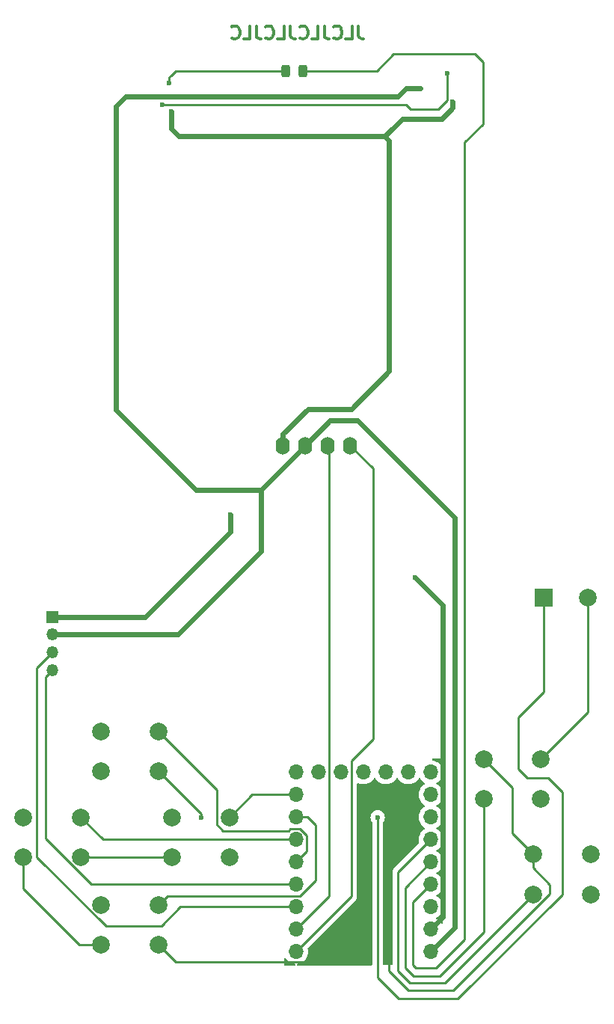
<source format=gbr>
G04 #@! TF.GenerationSoftware,KiCad,Pcbnew,8.0.5-8.0.5-0~ubuntu24.04.1*
G04 #@! TF.CreationDate,2024-10-08T07:51:32+09:00*
G04 #@! TF.ProjectId,gopher_flower_rp2040_sw,676f7068-6572-45f6-966c-6f7765725f72,rev?*
G04 #@! TF.SameCoordinates,Original*
G04 #@! TF.FileFunction,Copper,L2,Bot*
G04 #@! TF.FilePolarity,Positive*
%FSLAX46Y46*%
G04 Gerber Fmt 4.6, Leading zero omitted, Abs format (unit mm)*
G04 Created by KiCad (PCBNEW 8.0.5-8.0.5-0~ubuntu24.04.1) date 2024-10-08 07:51:32*
%MOMM*%
%LPD*%
G01*
G04 APERTURE LIST*
G04 Aperture macros list*
%AMRoundRect*
0 Rectangle with rounded corners*
0 $1 Rounding radius*
0 $2 $3 $4 $5 $6 $7 $8 $9 X,Y pos of 4 corners*
0 Add a 4 corners polygon primitive as box body*
4,1,4,$2,$3,$4,$5,$6,$7,$8,$9,$2,$3,0*
0 Add four circle primitives for the rounded corners*
1,1,$1+$1,$2,$3*
1,1,$1+$1,$4,$5*
1,1,$1+$1,$6,$7*
1,1,$1+$1,$8,$9*
0 Add four rect primitives between the rounded corners*
20,1,$1+$1,$2,$3,$4,$5,0*
20,1,$1+$1,$4,$5,$6,$7,0*
20,1,$1+$1,$6,$7,$8,$9,0*
20,1,$1+$1,$8,$9,$2,$3,0*%
G04 Aperture macros list end*
%ADD10C,0.300000*%
G04 #@! TA.AperFunction,NonConductor*
%ADD11C,0.300000*%
G04 #@! TD*
G04 #@! TA.AperFunction,ComponentPad*
%ADD12O,1.700000X1.700000*%
G04 #@! TD*
G04 #@! TA.AperFunction,ComponentPad*
%ADD13O,1.600000X2.000000*%
G04 #@! TD*
G04 #@! TA.AperFunction,ComponentPad*
%ADD14C,2.000000*%
G04 #@! TD*
G04 #@! TA.AperFunction,ComponentPad*
%ADD15R,1.350000X1.350000*%
G04 #@! TD*
G04 #@! TA.AperFunction,ComponentPad*
%ADD16O,1.350000X1.350000*%
G04 #@! TD*
G04 #@! TA.AperFunction,ComponentPad*
%ADD17R,2.000000X2.000000*%
G04 #@! TD*
G04 #@! TA.AperFunction,SMDPad,CuDef*
%ADD18RoundRect,0.243750X0.243750X0.456250X-0.243750X0.456250X-0.243750X-0.456250X0.243750X-0.456250X0*%
G04 #@! TD*
G04 #@! TA.AperFunction,ViaPad*
%ADD19C,0.600000*%
G04 #@! TD*
G04 #@! TA.AperFunction,Conductor*
%ADD20C,0.250000*%
G04 #@! TD*
G04 #@! TA.AperFunction,Conductor*
%ADD21C,0.600000*%
G04 #@! TD*
G04 APERTURE END LIST*
D10*
D11*
X118116917Y-50600828D02*
X118116917Y-51672257D01*
X118116917Y-51672257D02*
X118188346Y-51886542D01*
X118188346Y-51886542D02*
X118331203Y-52029400D01*
X118331203Y-52029400D02*
X118545489Y-52100828D01*
X118545489Y-52100828D02*
X118688346Y-52100828D01*
X116688346Y-52100828D02*
X117402632Y-52100828D01*
X117402632Y-52100828D02*
X117402632Y-50600828D01*
X115331203Y-51957971D02*
X115402631Y-52029400D01*
X115402631Y-52029400D02*
X115616917Y-52100828D01*
X115616917Y-52100828D02*
X115759774Y-52100828D01*
X115759774Y-52100828D02*
X115974060Y-52029400D01*
X115974060Y-52029400D02*
X116116917Y-51886542D01*
X116116917Y-51886542D02*
X116188346Y-51743685D01*
X116188346Y-51743685D02*
X116259774Y-51457971D01*
X116259774Y-51457971D02*
X116259774Y-51243685D01*
X116259774Y-51243685D02*
X116188346Y-50957971D01*
X116188346Y-50957971D02*
X116116917Y-50815114D01*
X116116917Y-50815114D02*
X115974060Y-50672257D01*
X115974060Y-50672257D02*
X115759774Y-50600828D01*
X115759774Y-50600828D02*
X115616917Y-50600828D01*
X115616917Y-50600828D02*
X115402631Y-50672257D01*
X115402631Y-50672257D02*
X115331203Y-50743685D01*
X114259774Y-50600828D02*
X114259774Y-51672257D01*
X114259774Y-51672257D02*
X114331203Y-51886542D01*
X114331203Y-51886542D02*
X114474060Y-52029400D01*
X114474060Y-52029400D02*
X114688346Y-52100828D01*
X114688346Y-52100828D02*
X114831203Y-52100828D01*
X112831203Y-52100828D02*
X113545489Y-52100828D01*
X113545489Y-52100828D02*
X113545489Y-50600828D01*
X111474060Y-51957971D02*
X111545488Y-52029400D01*
X111545488Y-52029400D02*
X111759774Y-52100828D01*
X111759774Y-52100828D02*
X111902631Y-52100828D01*
X111902631Y-52100828D02*
X112116917Y-52029400D01*
X112116917Y-52029400D02*
X112259774Y-51886542D01*
X112259774Y-51886542D02*
X112331203Y-51743685D01*
X112331203Y-51743685D02*
X112402631Y-51457971D01*
X112402631Y-51457971D02*
X112402631Y-51243685D01*
X112402631Y-51243685D02*
X112331203Y-50957971D01*
X112331203Y-50957971D02*
X112259774Y-50815114D01*
X112259774Y-50815114D02*
X112116917Y-50672257D01*
X112116917Y-50672257D02*
X111902631Y-50600828D01*
X111902631Y-50600828D02*
X111759774Y-50600828D01*
X111759774Y-50600828D02*
X111545488Y-50672257D01*
X111545488Y-50672257D02*
X111474060Y-50743685D01*
X110402631Y-50600828D02*
X110402631Y-51672257D01*
X110402631Y-51672257D02*
X110474060Y-51886542D01*
X110474060Y-51886542D02*
X110616917Y-52029400D01*
X110616917Y-52029400D02*
X110831203Y-52100828D01*
X110831203Y-52100828D02*
X110974060Y-52100828D01*
X108974060Y-52100828D02*
X109688346Y-52100828D01*
X109688346Y-52100828D02*
X109688346Y-50600828D01*
X107616917Y-51957971D02*
X107688345Y-52029400D01*
X107688345Y-52029400D02*
X107902631Y-52100828D01*
X107902631Y-52100828D02*
X108045488Y-52100828D01*
X108045488Y-52100828D02*
X108259774Y-52029400D01*
X108259774Y-52029400D02*
X108402631Y-51886542D01*
X108402631Y-51886542D02*
X108474060Y-51743685D01*
X108474060Y-51743685D02*
X108545488Y-51457971D01*
X108545488Y-51457971D02*
X108545488Y-51243685D01*
X108545488Y-51243685D02*
X108474060Y-50957971D01*
X108474060Y-50957971D02*
X108402631Y-50815114D01*
X108402631Y-50815114D02*
X108259774Y-50672257D01*
X108259774Y-50672257D02*
X108045488Y-50600828D01*
X108045488Y-50600828D02*
X107902631Y-50600828D01*
X107902631Y-50600828D02*
X107688345Y-50672257D01*
X107688345Y-50672257D02*
X107616917Y-50743685D01*
X106545488Y-50600828D02*
X106545488Y-51672257D01*
X106545488Y-51672257D02*
X106616917Y-51886542D01*
X106616917Y-51886542D02*
X106759774Y-52029400D01*
X106759774Y-52029400D02*
X106974060Y-52100828D01*
X106974060Y-52100828D02*
X107116917Y-52100828D01*
X105116917Y-52100828D02*
X105831203Y-52100828D01*
X105831203Y-52100828D02*
X105831203Y-50600828D01*
X103759774Y-51957971D02*
X103831202Y-52029400D01*
X103831202Y-52029400D02*
X104045488Y-52100828D01*
X104045488Y-52100828D02*
X104188345Y-52100828D01*
X104188345Y-52100828D02*
X104402631Y-52029400D01*
X104402631Y-52029400D02*
X104545488Y-51886542D01*
X104545488Y-51886542D02*
X104616917Y-51743685D01*
X104616917Y-51743685D02*
X104688345Y-51457971D01*
X104688345Y-51457971D02*
X104688345Y-51243685D01*
X104688345Y-51243685D02*
X104616917Y-50957971D01*
X104616917Y-50957971D02*
X104545488Y-50815114D01*
X104545488Y-50815114D02*
X104402631Y-50672257D01*
X104402631Y-50672257D02*
X104188345Y-50600828D01*
X104188345Y-50600828D02*
X104045488Y-50600828D01*
X104045488Y-50600828D02*
X103831202Y-50672257D01*
X103831202Y-50672257D02*
X103759774Y-50743685D01*
D12*
X111060000Y-155400000D03*
X111060000Y-152860000D03*
X111060000Y-150320000D03*
X111060000Y-147780000D03*
X111060000Y-145240000D03*
X111060000Y-142700000D03*
X111060000Y-140160000D03*
X111060000Y-137620000D03*
X111060000Y-135080000D03*
X113600000Y-135080000D03*
X116140000Y-135080000D03*
X118680000Y-135080000D03*
X121220000Y-135080000D03*
X123760000Y-135080000D03*
X126300000Y-135080000D03*
X126300000Y-137620000D03*
X126300000Y-140160000D03*
X126300000Y-142700000D03*
X126300000Y-145240000D03*
X126300000Y-147780000D03*
X126300000Y-150320000D03*
X126300000Y-152860000D03*
X126300000Y-155400000D03*
D13*
X109580000Y-98100000D03*
X112120000Y-98100000D03*
X114660000Y-98100000D03*
X117200000Y-98100000D03*
D14*
X132300000Y-133600000D03*
X138800000Y-133600000D03*
X132300000Y-138100000D03*
X138800000Y-138100000D03*
X80200000Y-140200000D03*
X86700000Y-140200000D03*
X80200000Y-144700000D03*
X86700000Y-144700000D03*
X89000000Y-150100000D03*
X95500000Y-150100000D03*
X89000000Y-154600000D03*
X95500000Y-154600000D03*
D15*
X83500000Y-117500000D03*
D16*
X83500000Y-119500000D03*
X83500000Y-121500000D03*
X83500000Y-123500000D03*
D14*
X89000000Y-130500000D03*
X95500000Y-130500000D03*
X89000000Y-135000000D03*
X95500000Y-135000000D03*
X97000000Y-140200000D03*
X103500000Y-140200000D03*
X97000000Y-144700000D03*
X103500000Y-144700000D03*
X137900000Y-144400000D03*
X144400000Y-144400000D03*
X137900000Y-148900000D03*
X144400000Y-148900000D03*
D17*
X139100000Y-115300000D03*
D14*
X144100000Y-115300000D03*
D18*
X111800000Y-55700000D03*
X109925000Y-55700000D03*
D19*
X103600000Y-105900000D03*
X128800000Y-59200000D03*
X124500000Y-113000000D03*
X121600000Y-152900000D03*
X113200000Y-156300000D03*
X96900000Y-60300000D03*
X100300000Y-140200000D03*
X125100000Y-57700000D03*
X93600000Y-58600000D03*
X96700000Y-57100000D03*
X128200000Y-56000000D03*
X95900000Y-59500000D03*
X120300000Y-140200000D03*
D20*
X135500000Y-142000000D02*
X137900000Y-144400000D01*
D21*
X97800000Y-63100000D02*
X96900000Y-62200000D01*
X121100000Y-63100000D02*
X97800000Y-63100000D01*
D20*
X138800000Y-133600000D02*
X144100000Y-128300000D01*
X128873833Y-159800000D02*
X123800000Y-159800000D01*
X80200000Y-144700000D02*
X80200000Y-148300000D01*
X123800000Y-159800000D02*
X121600000Y-157600000D01*
X121600000Y-157600000D02*
X121600000Y-152900000D01*
D21*
X117300000Y-94000000D02*
X112400000Y-94000000D01*
D20*
X135500000Y-136800000D02*
X135500000Y-142000000D01*
X86700000Y-144700000D02*
X95100000Y-144700000D01*
X139800000Y-147800000D02*
X139800000Y-148873833D01*
D21*
X96900000Y-62200000D02*
X96900000Y-60300000D01*
X112400000Y-94000000D02*
X109580000Y-96820000D01*
X121600000Y-89700000D02*
X121600000Y-63600000D01*
D20*
X137900000Y-144400000D02*
X137900000Y-145900000D01*
D21*
X127600000Y-61100000D02*
X128800000Y-59900000D01*
D20*
X97475000Y-156575000D02*
X95500000Y-154600000D01*
X139800000Y-148873833D02*
X128873833Y-159800000D01*
X86500000Y-154600000D02*
X89000000Y-154600000D01*
X95100000Y-144700000D02*
X97000000Y-144700000D01*
D21*
X109580000Y-96820000D02*
X109580000Y-98100000D01*
D20*
X95500000Y-135000000D02*
X100300000Y-139800000D01*
D21*
X127650000Y-116150000D02*
X127650000Y-151510000D01*
X103600000Y-105900000D02*
X103600000Y-107900000D01*
X103600000Y-107900000D02*
X94000000Y-117500000D01*
D20*
X113200000Y-156300000D02*
X112925000Y-156575000D01*
X80200000Y-148300000D02*
X86500000Y-154600000D01*
X137900000Y-145900000D02*
X139800000Y-147800000D01*
D21*
X122000000Y-62200000D02*
X123100000Y-61100000D01*
X121600000Y-63600000D02*
X121100000Y-63100000D01*
X121100000Y-63100000D02*
X122000000Y-62200000D01*
X123100000Y-61100000D02*
X127600000Y-61100000D01*
D20*
X132300000Y-133600000D02*
X135500000Y-136800000D01*
X112925000Y-156575000D02*
X97475000Y-156575000D01*
D21*
X127650000Y-151510000D02*
X126300000Y-152860000D01*
D20*
X144100000Y-128300000D02*
X144100000Y-115300000D01*
D21*
X121600000Y-89700000D02*
X117300000Y-94000000D01*
X128800000Y-59900000D02*
X128800000Y-59200000D01*
X124500000Y-113000000D02*
X127650000Y-116150000D01*
D20*
X100300000Y-139800000D02*
X100300000Y-140200000D01*
D21*
X94000000Y-117500000D02*
X83500000Y-117500000D01*
X107100000Y-103120000D02*
X99720000Y-103120000D01*
X90700000Y-94100000D02*
X90700000Y-59700000D01*
X112120000Y-98320000D02*
X112120000Y-98100000D01*
X129000000Y-152700000D02*
X126300000Y-155400000D01*
X122600000Y-58600000D02*
X123500000Y-57700000D01*
X93600000Y-58600000D02*
X122600000Y-58600000D01*
X107100000Y-103120000D02*
X112120000Y-98100000D01*
X107100000Y-110100000D02*
X97700000Y-119500000D01*
X112120000Y-98100000D02*
X114920000Y-95300000D01*
X123500000Y-57700000D02*
X125100000Y-57700000D01*
X91800000Y-58600000D02*
X93600000Y-58600000D01*
X97700000Y-119500000D02*
X83500000Y-119500000D01*
X118000000Y-95300000D02*
X129000000Y-106300000D01*
X99720000Y-103120000D02*
X90700000Y-94100000D01*
X107100000Y-103120000D02*
X107100000Y-110100000D01*
X129000000Y-106300000D02*
X129000000Y-152700000D01*
X90700000Y-59700000D02*
X91800000Y-58600000D01*
X114920000Y-95300000D02*
X118000000Y-95300000D01*
D20*
X97400000Y-55700000D02*
X96900000Y-56200000D01*
X96900000Y-56200000D02*
X96700000Y-56400000D01*
X97600000Y-55700000D02*
X97400000Y-55700000D01*
X109925000Y-55700000D02*
X97600000Y-55700000D01*
X96700000Y-56400000D02*
X96700000Y-57100000D01*
X128200000Y-59000000D02*
X128200000Y-56000000D01*
X95900000Y-59500000D02*
X123500000Y-59500000D01*
X123500000Y-59500000D02*
X124000000Y-60000000D01*
X127200000Y-60000000D02*
X127400000Y-59800000D01*
X124000000Y-60000000D02*
X127200000Y-60000000D01*
X127400000Y-59800000D02*
X128200000Y-59000000D01*
X117315000Y-149145000D02*
X111060000Y-155400000D01*
X117315000Y-133785001D02*
X117315000Y-149145000D01*
X119768346Y-100668346D02*
X119768346Y-131331655D01*
X119768346Y-131331655D02*
X117315000Y-133785001D01*
X117200000Y-98100000D02*
X119768346Y-100668346D01*
X114775000Y-149145000D02*
X111060000Y-152860000D01*
X114660000Y-98100000D02*
X114775000Y-98215000D01*
X114775000Y-98215000D02*
X114775000Y-149145000D01*
X81700000Y-144673833D02*
X89526167Y-152500000D01*
X95800000Y-152500000D02*
X97980000Y-150320000D01*
X81700000Y-123300000D02*
X81700000Y-144673833D01*
X83500000Y-121500000D02*
X81700000Y-123300000D01*
X89526167Y-152500000D02*
X95800000Y-152500000D01*
X97980000Y-150320000D02*
X111060000Y-150320000D01*
X82700000Y-142573833D02*
X82700000Y-124300000D01*
X87906167Y-147780000D02*
X111060000Y-147780000D01*
X82700000Y-124300000D02*
X83500000Y-123500000D01*
X82700000Y-142573833D02*
X87906167Y-147780000D01*
X139600000Y-135700000D02*
X141200000Y-137300000D01*
X141200000Y-148900000D02*
X129400000Y-160700000D01*
X139100000Y-126000000D02*
X136200000Y-128900000D01*
X137200000Y-135700000D02*
X139600000Y-135700000D01*
X136200000Y-128900000D02*
X136200000Y-134700000D01*
X120300000Y-158300000D02*
X120300000Y-140200000D01*
X139100000Y-115300000D02*
X139100000Y-126000000D01*
X122700000Y-160700000D02*
X120300000Y-158300000D01*
X136200000Y-134700000D02*
X137200000Y-135700000D01*
X141200000Y-137300000D02*
X141200000Y-148900000D01*
X129400000Y-160700000D02*
X122700000Y-160700000D01*
X132200000Y-61700000D02*
X130100000Y-63800000D01*
X124300000Y-156900000D02*
X124300000Y-149780000D01*
X126900000Y-157200000D02*
X124600000Y-157200000D01*
X120200000Y-55700000D02*
X122100000Y-53800000D01*
X130100000Y-154000000D02*
X126900000Y-157200000D01*
X131300000Y-53800000D02*
X132200000Y-54700000D01*
X130100000Y-63800000D02*
X130100000Y-154000000D01*
X124300000Y-149780000D02*
X126300000Y-147780000D01*
X132200000Y-54700000D02*
X132200000Y-61700000D01*
X111800000Y-55700000D02*
X120200000Y-55700000D01*
X124600000Y-157200000D02*
X124300000Y-156900000D01*
X122100000Y-53800000D02*
X131300000Y-53800000D01*
X111521701Y-141500000D02*
X112300000Y-142278299D01*
X102100000Y-141000000D02*
X102800000Y-141700000D01*
X102800000Y-141700000D02*
X110208299Y-141700000D01*
X110408299Y-141500000D02*
X111521701Y-141500000D01*
X95500000Y-130500000D02*
X102100000Y-137100000D01*
X112300000Y-144000000D02*
X111060000Y-145240000D01*
X110208299Y-141700000D02*
X110408299Y-141500000D01*
X102100000Y-137100000D02*
X102100000Y-141000000D01*
X112300000Y-142278299D02*
X112300000Y-144000000D01*
X89200000Y-142700000D02*
X86700000Y-140200000D01*
X111060000Y-142700000D02*
X89200000Y-142700000D01*
X111500000Y-149100000D02*
X113300000Y-147300000D01*
X96500000Y-149100000D02*
X111500000Y-149100000D01*
X113300000Y-141100000D02*
X112360000Y-140160000D01*
X95500000Y-150100000D02*
X96500000Y-149100000D01*
X112360000Y-140160000D02*
X111060000Y-140160000D01*
X113300000Y-147300000D02*
X113300000Y-141100000D01*
X111060000Y-137620000D02*
X106080000Y-137620000D01*
X106080000Y-137620000D02*
X103500000Y-140200000D01*
X123400000Y-157200000D02*
X123400000Y-148140000D01*
X132300000Y-138100000D02*
X132300000Y-153200000D01*
X123400000Y-148140000D02*
X126300000Y-145240000D01*
X127300000Y-158200000D02*
X124400000Y-158200000D01*
X132300000Y-153200000D02*
X127300000Y-158200000D01*
X124400000Y-158200000D02*
X123400000Y-157200000D01*
X123900000Y-158900000D02*
X122600000Y-157600000D01*
X122600000Y-146400000D02*
X126300000Y-142700000D01*
X137900000Y-148900000D02*
X127900000Y-158900000D01*
X127900000Y-158900000D02*
X123900000Y-158900000D01*
X122600000Y-157600000D02*
X122600000Y-146400000D01*
G04 #@! TA.AperFunction,Conductor*
G36*
X109905203Y-156124943D02*
G01*
X109927804Y-156150829D01*
X109984278Y-156237268D01*
X109984283Y-156237273D01*
X109984284Y-156237276D01*
X110136756Y-156402902D01*
X110136760Y-156402906D01*
X110314424Y-156541189D01*
X110314425Y-156541189D01*
X110314427Y-156541191D01*
X110441135Y-156609761D01*
X110512426Y-156648342D01*
X110725365Y-156721444D01*
X110879996Y-156747247D01*
X110942879Y-156777696D01*
X110979319Y-156837311D01*
X110977745Y-156907162D01*
X110938655Y-156965074D01*
X110874461Y-156992659D01*
X110860274Y-156993553D01*
X109824689Y-156999307D01*
X109757541Y-156979995D01*
X109711494Y-156927446D01*
X109700000Y-156875309D01*
X109700000Y-156218656D01*
X109719685Y-156151617D01*
X109772489Y-156105862D01*
X109841647Y-156095918D01*
X109905203Y-156124943D01*
G37*
G04 #@! TD.AperFunction*
G04 #@! TA.AperFunction,Conductor*
G36*
X125111905Y-135753515D02*
G01*
X125133804Y-135778787D01*
X125224278Y-135917268D01*
X125224283Y-135917273D01*
X125224284Y-135917276D01*
X125376756Y-136082902D01*
X125376760Y-136082906D01*
X125554424Y-136221189D01*
X125554429Y-136221191D01*
X125554431Y-136221193D01*
X125590930Y-136240946D01*
X125640520Y-136290165D01*
X125655628Y-136358382D01*
X125631457Y-136423937D01*
X125590930Y-136459054D01*
X125554431Y-136478806D01*
X125554422Y-136478812D01*
X125376761Y-136617092D01*
X125376756Y-136617097D01*
X125224284Y-136782723D01*
X125224276Y-136782734D01*
X125101140Y-136971207D01*
X125010703Y-137177385D01*
X124955436Y-137395628D01*
X124955434Y-137395640D01*
X124936844Y-137619994D01*
X124936844Y-137620005D01*
X124955434Y-137844359D01*
X124955436Y-137844371D01*
X125010703Y-138062614D01*
X125101140Y-138268792D01*
X125224276Y-138457265D01*
X125224284Y-138457276D01*
X125376756Y-138622902D01*
X125376760Y-138622906D01*
X125554424Y-138761189D01*
X125554429Y-138761191D01*
X125554431Y-138761193D01*
X125590930Y-138780946D01*
X125640520Y-138830165D01*
X125655628Y-138898382D01*
X125631457Y-138963937D01*
X125590930Y-138999054D01*
X125554431Y-139018806D01*
X125554422Y-139018812D01*
X125376761Y-139157092D01*
X125376756Y-139157097D01*
X125224284Y-139322723D01*
X125224276Y-139322734D01*
X125101140Y-139511207D01*
X125010703Y-139717385D01*
X124955436Y-139935628D01*
X124955434Y-139935640D01*
X124936844Y-140159994D01*
X124936844Y-140160005D01*
X124955434Y-140384359D01*
X124955436Y-140384371D01*
X125010703Y-140602614D01*
X125101140Y-140808792D01*
X125224276Y-140997265D01*
X125224284Y-140997276D01*
X125376756Y-141162902D01*
X125376760Y-141162906D01*
X125554424Y-141301189D01*
X125554429Y-141301191D01*
X125554431Y-141301193D01*
X125590930Y-141320946D01*
X125640520Y-141370165D01*
X125655628Y-141438382D01*
X125631457Y-141503937D01*
X125590930Y-141539054D01*
X125554431Y-141558806D01*
X125554422Y-141558812D01*
X125376761Y-141697092D01*
X125376756Y-141697097D01*
X125224284Y-141862723D01*
X125224276Y-141862734D01*
X125101140Y-142051207D01*
X125010703Y-142257385D01*
X124955436Y-142475628D01*
X124955434Y-142475640D01*
X124936844Y-142699994D01*
X124936844Y-142700005D01*
X124955435Y-142924364D01*
X124983461Y-143035037D01*
X124980836Y-143104857D01*
X124950936Y-143153158D01*
X122865890Y-145238206D01*
X122196167Y-145907929D01*
X122168178Y-145935918D01*
X122107927Y-145996168D01*
X122038603Y-146099918D01*
X122038598Y-146099927D01*
X121990845Y-146215214D01*
X121990843Y-146215222D01*
X121966500Y-146337601D01*
X121966500Y-156808539D01*
X121946815Y-156875578D01*
X121894011Y-156921333D01*
X121843189Y-156932537D01*
X121058189Y-156936898D01*
X120991041Y-156917586D01*
X120944994Y-156865037D01*
X120933500Y-156812900D01*
X120933500Y-140747160D01*
X120952507Y-140681188D01*
X121033039Y-140553022D01*
X121033041Y-140553019D01*
X121033041Y-140553017D01*
X121033043Y-140553015D01*
X121093217Y-140381047D01*
X121113616Y-140200000D01*
X121109109Y-140160000D01*
X121093218Y-140018958D01*
X121093217Y-140018953D01*
X121033043Y-139846985D01*
X120936111Y-139692719D01*
X120807281Y-139563889D01*
X120786522Y-139550845D01*
X120653017Y-139466958D01*
X120653016Y-139466957D01*
X120653015Y-139466957D01*
X120598693Y-139447949D01*
X120481046Y-139406782D01*
X120481041Y-139406781D01*
X120300004Y-139386384D01*
X120299996Y-139386384D01*
X120118958Y-139406781D01*
X120118953Y-139406782D01*
X119946982Y-139466958D01*
X119792718Y-139563889D01*
X119663889Y-139692718D01*
X119566958Y-139846982D01*
X119506782Y-140018953D01*
X119506781Y-140018958D01*
X119486384Y-140199996D01*
X119486384Y-140200003D01*
X119506781Y-140381041D01*
X119506782Y-140381046D01*
X119566958Y-140553019D01*
X119566960Y-140553022D01*
X119647493Y-140681188D01*
X119666500Y-140747160D01*
X119666500Y-156821317D01*
X119646815Y-156888356D01*
X119594011Y-156934111D01*
X119543189Y-156945315D01*
X111274908Y-156991250D01*
X111207760Y-156971938D01*
X111161713Y-156919389D01*
X111151385Y-156850287D01*
X111180056Y-156786571D01*
X111238624Y-156748471D01*
X111253804Y-156744944D01*
X111394635Y-156721444D01*
X111607574Y-156648342D01*
X111805576Y-156541189D01*
X111983240Y-156402906D01*
X112135722Y-156237268D01*
X112258860Y-156048791D01*
X112349296Y-155842616D01*
X112404564Y-155624368D01*
X112423156Y-155400000D01*
X112404564Y-155175632D01*
X112376538Y-155064960D01*
X112379163Y-154995140D01*
X112409061Y-154946841D01*
X117807071Y-149548833D01*
X117876400Y-149445075D01*
X117924155Y-149329785D01*
X117948500Y-149207394D01*
X117948500Y-149082606D01*
X117948500Y-136436905D01*
X117968185Y-136369866D01*
X118020989Y-136324111D01*
X118090147Y-136314167D01*
X118127606Y-136326557D01*
X118127728Y-136326281D01*
X118130664Y-136327569D01*
X118131521Y-136327852D01*
X118132426Y-136328342D01*
X118345365Y-136401444D01*
X118567431Y-136438500D01*
X118792569Y-136438500D01*
X119014635Y-136401444D01*
X119227574Y-136328342D01*
X119425576Y-136221189D01*
X119603240Y-136082906D01*
X119755722Y-135917268D01*
X119846193Y-135778790D01*
X119899338Y-135733437D01*
X119968569Y-135724013D01*
X120031905Y-135753515D01*
X120053804Y-135778787D01*
X120144278Y-135917268D01*
X120144283Y-135917273D01*
X120144284Y-135917276D01*
X120296756Y-136082902D01*
X120296760Y-136082906D01*
X120474424Y-136221189D01*
X120474425Y-136221189D01*
X120474427Y-136221191D01*
X120575824Y-136276064D01*
X120672426Y-136328342D01*
X120885365Y-136401444D01*
X121107431Y-136438500D01*
X121332569Y-136438500D01*
X121554635Y-136401444D01*
X121767574Y-136328342D01*
X121965576Y-136221189D01*
X122143240Y-136082906D01*
X122295722Y-135917268D01*
X122386193Y-135778790D01*
X122439338Y-135733437D01*
X122508569Y-135724013D01*
X122571905Y-135753515D01*
X122593804Y-135778787D01*
X122684278Y-135917268D01*
X122684283Y-135917273D01*
X122684284Y-135917276D01*
X122836756Y-136082902D01*
X122836760Y-136082906D01*
X123014424Y-136221189D01*
X123014425Y-136221189D01*
X123014427Y-136221191D01*
X123115824Y-136276064D01*
X123212426Y-136328342D01*
X123425365Y-136401444D01*
X123647431Y-136438500D01*
X123872569Y-136438500D01*
X124094635Y-136401444D01*
X124307574Y-136328342D01*
X124505576Y-136221189D01*
X124683240Y-136082906D01*
X124835722Y-135917268D01*
X124926193Y-135778790D01*
X124979338Y-135733437D01*
X125048569Y-135724013D01*
X125111905Y-135753515D01*
G37*
G04 #@! TD.AperFunction*
G04 #@! TA.AperFunction,Conductor*
G36*
X127657905Y-150984332D02*
G01*
X127695236Y-151043393D01*
X127700000Y-151077432D01*
X127700000Y-152112476D01*
X127680315Y-152179515D01*
X127627511Y-152225270D01*
X127558353Y-152235214D01*
X127494797Y-152206189D01*
X127474425Y-152183600D01*
X127338109Y-151988922D01*
X127338108Y-151988920D01*
X127171082Y-151821894D01*
X126990197Y-151695236D01*
X126946572Y-151640659D01*
X126939380Y-151571160D01*
X126970902Y-151508806D01*
X127002300Y-151484608D01*
X127045576Y-151461189D01*
X127223240Y-151322906D01*
X127375722Y-151157268D01*
X127472192Y-151009608D01*
X127525338Y-150964254D01*
X127594569Y-150954830D01*
X127657905Y-150984332D01*
G37*
G04 #@! TD.AperFunction*
G04 #@! TA.AperFunction,Conductor*
G36*
X127657905Y-148444332D02*
G01*
X127695236Y-148503393D01*
X127700000Y-148537432D01*
X127700000Y-149562567D01*
X127680315Y-149629606D01*
X127627511Y-149675361D01*
X127558353Y-149685305D01*
X127494797Y-149656280D01*
X127472192Y-149630389D01*
X127389508Y-149503833D01*
X127375722Y-149482732D01*
X127375719Y-149482729D01*
X127375715Y-149482723D01*
X127223243Y-149317097D01*
X127223238Y-149317092D01*
X127045577Y-149178812D01*
X127045578Y-149178812D01*
X127045576Y-149178811D01*
X127009070Y-149159055D01*
X126959479Y-149109836D01*
X126944371Y-149041619D01*
X126968541Y-148976064D01*
X127009070Y-148940945D01*
X127012823Y-148938914D01*
X127045576Y-148921189D01*
X127223240Y-148782906D01*
X127375722Y-148617268D01*
X127472192Y-148469608D01*
X127525338Y-148424254D01*
X127594569Y-148414830D01*
X127657905Y-148444332D01*
G37*
G04 #@! TD.AperFunction*
G04 #@! TA.AperFunction,Conductor*
G36*
X127657905Y-145904332D02*
G01*
X127695236Y-145963393D01*
X127700000Y-145997432D01*
X127700000Y-147022567D01*
X127680315Y-147089606D01*
X127627511Y-147135361D01*
X127558353Y-147145305D01*
X127494797Y-147116280D01*
X127472192Y-147090389D01*
X127375723Y-146942734D01*
X127375715Y-146942723D01*
X127223243Y-146777097D01*
X127223238Y-146777092D01*
X127045577Y-146638812D01*
X127045578Y-146638812D01*
X127045576Y-146638811D01*
X127009070Y-146619055D01*
X126959479Y-146569836D01*
X126944371Y-146501619D01*
X126968541Y-146436064D01*
X127009070Y-146400945D01*
X127009084Y-146400936D01*
X127045576Y-146381189D01*
X127223240Y-146242906D01*
X127375722Y-146077268D01*
X127472192Y-145929608D01*
X127525338Y-145884254D01*
X127594569Y-145874830D01*
X127657905Y-145904332D01*
G37*
G04 #@! TD.AperFunction*
G04 #@! TA.AperFunction,Conductor*
G36*
X127657905Y-143364332D02*
G01*
X127695236Y-143423393D01*
X127700000Y-143457432D01*
X127700000Y-144482567D01*
X127680315Y-144549606D01*
X127627511Y-144595361D01*
X127558353Y-144605305D01*
X127494797Y-144576280D01*
X127472192Y-144550389D01*
X127375723Y-144402734D01*
X127375715Y-144402723D01*
X127223243Y-144237097D01*
X127223238Y-144237092D01*
X127045577Y-144098812D01*
X127045578Y-144098812D01*
X127045576Y-144098811D01*
X127009070Y-144079055D01*
X126959479Y-144029836D01*
X126944371Y-143961619D01*
X126968541Y-143896064D01*
X127009070Y-143860945D01*
X127009084Y-143860936D01*
X127045576Y-143841189D01*
X127223240Y-143702906D01*
X127375722Y-143537268D01*
X127472192Y-143389608D01*
X127525338Y-143344254D01*
X127594569Y-143334830D01*
X127657905Y-143364332D01*
G37*
G04 #@! TD.AperFunction*
G04 #@! TA.AperFunction,Conductor*
G36*
X127657905Y-140824332D02*
G01*
X127695236Y-140883393D01*
X127700000Y-140917432D01*
X127700000Y-141942567D01*
X127680315Y-142009606D01*
X127627511Y-142055361D01*
X127558353Y-142065305D01*
X127494797Y-142036280D01*
X127472192Y-142010389D01*
X127375723Y-141862734D01*
X127375715Y-141862723D01*
X127223243Y-141697097D01*
X127223238Y-141697092D01*
X127045577Y-141558812D01*
X127045578Y-141558812D01*
X127045576Y-141558811D01*
X127009070Y-141539055D01*
X126959479Y-141489836D01*
X126944371Y-141421619D01*
X126968541Y-141356064D01*
X127009070Y-141320945D01*
X127009084Y-141320936D01*
X127045576Y-141301189D01*
X127223240Y-141162906D01*
X127375722Y-140997268D01*
X127472192Y-140849608D01*
X127525338Y-140804254D01*
X127594569Y-140794830D01*
X127657905Y-140824332D01*
G37*
G04 #@! TD.AperFunction*
G04 #@! TA.AperFunction,Conductor*
G36*
X127657905Y-138284332D02*
G01*
X127695236Y-138343393D01*
X127700000Y-138377432D01*
X127700000Y-139402567D01*
X127680315Y-139469606D01*
X127627511Y-139515361D01*
X127558353Y-139525305D01*
X127494797Y-139496280D01*
X127472192Y-139470389D01*
X127375723Y-139322734D01*
X127375715Y-139322723D01*
X127223243Y-139157097D01*
X127223238Y-139157092D01*
X127045577Y-139018812D01*
X127045578Y-139018812D01*
X127045576Y-139018811D01*
X127009070Y-138999055D01*
X126959479Y-138949836D01*
X126944371Y-138881619D01*
X126968541Y-138816064D01*
X127009070Y-138780945D01*
X127009084Y-138780936D01*
X127045576Y-138761189D01*
X127223240Y-138622906D01*
X127375722Y-138457268D01*
X127472192Y-138309608D01*
X127525338Y-138264254D01*
X127594569Y-138254830D01*
X127657905Y-138284332D01*
G37*
G04 #@! TD.AperFunction*
G04 #@! TA.AperFunction,Conductor*
G36*
X127657905Y-135744332D02*
G01*
X127695236Y-135803393D01*
X127700000Y-135837432D01*
X127700000Y-136862567D01*
X127680315Y-136929606D01*
X127627511Y-136975361D01*
X127558353Y-136985305D01*
X127494797Y-136956280D01*
X127472192Y-136930389D01*
X127375723Y-136782734D01*
X127375715Y-136782723D01*
X127223243Y-136617097D01*
X127223238Y-136617092D01*
X127045577Y-136478812D01*
X127045578Y-136478812D01*
X127045576Y-136478811D01*
X127009070Y-136459055D01*
X126959479Y-136409836D01*
X126944371Y-136341619D01*
X126968541Y-136276064D01*
X127009070Y-136240945D01*
X127009084Y-136240936D01*
X127045576Y-136221189D01*
X127223240Y-136082906D01*
X127375722Y-135917268D01*
X127472192Y-135769608D01*
X127525338Y-135724254D01*
X127594569Y-135714830D01*
X127657905Y-135744332D01*
G37*
G04 #@! TD.AperFunction*
G04 #@! TA.AperFunction,Conductor*
G36*
X127643039Y-133519685D02*
G01*
X127688794Y-133572489D01*
X127700000Y-133624000D01*
X127700000Y-134322567D01*
X127680315Y-134389606D01*
X127627511Y-134435361D01*
X127558353Y-134445305D01*
X127494797Y-134416280D01*
X127472192Y-134390389D01*
X127375723Y-134242734D01*
X127375715Y-134242723D01*
X127223243Y-134077097D01*
X127223238Y-134077092D01*
X127045577Y-133938812D01*
X127045572Y-133938808D01*
X126847580Y-133831661D01*
X126847577Y-133831659D01*
X126847574Y-133831658D01*
X126847571Y-133831657D01*
X126847569Y-133831656D01*
X126634637Y-133758556D01*
X126561243Y-133746309D01*
X126498357Y-133715859D01*
X126461918Y-133656244D01*
X126463493Y-133586392D01*
X126502583Y-133528480D01*
X126566776Y-133500896D01*
X126581652Y-133500000D01*
X127576000Y-133500000D01*
X127643039Y-133519685D01*
G37*
G04 #@! TD.AperFunction*
M02*

</source>
